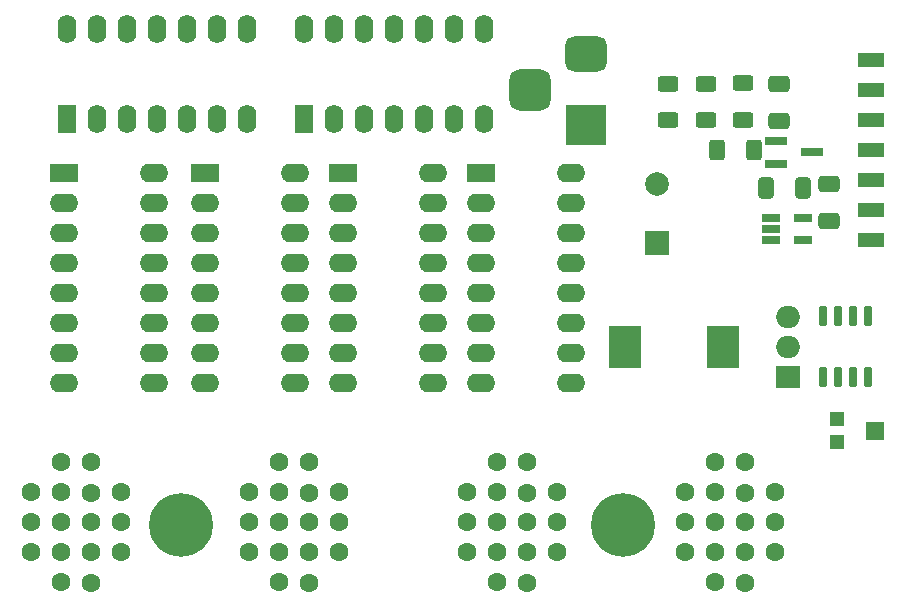
<source format=gbr>
%TF.GenerationSoftware,KiCad,Pcbnew,7.0.5*%
%TF.CreationDate,2023-07-03T19:11:47+08:00*%
%TF.ProjectId,raspnixie-kicad,72617370-6e69-4786-9965-2d6b69636164,rev?*%
%TF.SameCoordinates,Original*%
%TF.FileFunction,Soldermask,Top*%
%TF.FilePolarity,Negative*%
%FSLAX46Y46*%
G04 Gerber Fmt 4.6, Leading zero omitted, Abs format (unit mm)*
G04 Created by KiCad (PCBNEW 7.0.5) date 2023-07-03 19:11:47*
%MOMM*%
%LPD*%
G01*
G04 APERTURE LIST*
G04 Aperture macros list*
%AMRoundRect*
0 Rectangle with rounded corners*
0 $1 Rounding radius*
0 $2 $3 $4 $5 $6 $7 $8 $9 X,Y pos of 4 corners*
0 Add a 4 corners polygon primitive as box body*
4,1,4,$2,$3,$4,$5,$6,$7,$8,$9,$2,$3,0*
0 Add four circle primitives for the rounded corners*
1,1,$1+$1,$2,$3*
1,1,$1+$1,$4,$5*
1,1,$1+$1,$6,$7*
1,1,$1+$1,$8,$9*
0 Add four rect primitives between the rounded corners*
20,1,$1+$1,$2,$3,$4,$5,0*
20,1,$1+$1,$4,$5,$6,$7,0*
20,1,$1+$1,$6,$7,$8,$9,0*
20,1,$1+$1,$8,$9,$2,$3,0*%
G04 Aperture macros list end*
%ADD10C,0.800000*%
%ADD11C,5.400000*%
%ADD12R,2.700000X3.600000*%
%ADD13R,1.560000X0.650000*%
%ADD14R,1.900000X0.800000*%
%ADD15RoundRect,0.250000X0.650000X-0.412500X0.650000X0.412500X-0.650000X0.412500X-0.650000X-0.412500X0*%
%ADD16C,1.600000*%
%ADD17R,2.000000X2.000000*%
%ADD18C,2.000000*%
%ADD19RoundRect,0.250000X0.400000X0.625000X-0.400000X0.625000X-0.400000X-0.625000X0.400000X-0.625000X0*%
%ADD20RoundRect,0.250000X0.625000X-0.400000X0.625000X0.400000X-0.625000X0.400000X-0.625000X-0.400000X0*%
%ADD21R,1.600000X2.400000*%
%ADD22O,1.600000X2.400000*%
%ADD23R,2.400000X1.600000*%
%ADD24O,2.400000X1.600000*%
%ADD25RoundRect,0.150000X0.150000X-0.725000X0.150000X0.725000X-0.150000X0.725000X-0.150000X-0.725000X0*%
%ADD26R,1.200000X1.200000*%
%ADD27R,1.500000X1.600000*%
%ADD28RoundRect,0.250000X-0.412500X-0.650000X0.412500X-0.650000X0.412500X0.650000X-0.412500X0.650000X0*%
%ADD29R,2.200000X1.200000*%
%ADD30R,2.000000X1.905000*%
%ADD31O,2.000000X1.905000*%
%ADD32R,3.500000X3.500000*%
%ADD33RoundRect,0.750000X-1.000000X0.750000X-1.000000X-0.750000X1.000000X-0.750000X1.000000X0.750000X0*%
%ADD34RoundRect,0.875000X-0.875000X0.875000X-0.875000X-0.875000X0.875000X-0.875000X0.875000X0.875000X0*%
G04 APERTURE END LIST*
D10*
%TO.C,REF\u002A\u002A*%
X111598109Y-81118109D03*
X114461891Y-83981891D03*
X115055000Y-82550000D03*
X113030000Y-80525000D03*
X111005000Y-82550000D03*
X114461891Y-81118109D03*
X113030000Y-84575000D03*
D11*
X113030000Y-82550000D03*
D10*
X111598109Y-83981891D03*
%TD*%
%TO.C,REF\u002A\u002A*%
X74133109Y-83981891D03*
D11*
X75565000Y-82550000D03*
D10*
X75565000Y-84575000D03*
X76996891Y-81118109D03*
X73540000Y-82550000D03*
X75565000Y-80525000D03*
X77590000Y-82550000D03*
X76996891Y-83981891D03*
X74133109Y-81118109D03*
%TD*%
D12*
%TO.C,L1*%
X113198000Y-67437000D03*
X121498000Y-67437000D03*
%TD*%
D13*
%TO.C,U11*%
X125570000Y-56520000D03*
X125570000Y-57470000D03*
X125570000Y-58420000D03*
X128270000Y-58420000D03*
X128270000Y-56520000D03*
%TD*%
D14*
%TO.C,U9*%
X126008000Y-50038000D03*
X126008000Y-51938000D03*
X129008000Y-50988000D03*
%TD*%
D15*
%TO.C,C12*%
X130490000Y-56830000D03*
X130490000Y-53705000D03*
%TD*%
D16*
%TO.C,NX4*%
X118264077Y-84863077D03*
X125884077Y-84863077D03*
X118264077Y-79783077D03*
X125884077Y-79783077D03*
X125884077Y-82323077D03*
X118264077Y-82323077D03*
X120804077Y-84863077D03*
X120804077Y-87403077D03*
X120804077Y-79783077D03*
X120804077Y-77243077D03*
X123344077Y-77243077D03*
X123344077Y-79805773D03*
X123344077Y-82323077D03*
X123344077Y-84863077D03*
X123344077Y-87460432D03*
X120804077Y-82323077D03*
%TD*%
%TO.C,NX3*%
X99806743Y-84863077D03*
X107426743Y-84863077D03*
X99806743Y-79783077D03*
X107426743Y-79783077D03*
X107426743Y-82323077D03*
X99806743Y-82323077D03*
X102346743Y-84863077D03*
X102346743Y-87403077D03*
X102346743Y-79783077D03*
X102346743Y-77243077D03*
X104886743Y-77243077D03*
X104886743Y-79805773D03*
X104886743Y-82323077D03*
X104886743Y-84863077D03*
X104886743Y-87460432D03*
X102346743Y-82323077D03*
%TD*%
D17*
%TO.C,C14*%
X115851077Y-58701077D03*
D18*
X115851077Y-53701077D03*
%TD*%
D19*
%TO.C,R4*%
X124105000Y-50800000D03*
X121005000Y-50800000D03*
%TD*%
D20*
%TO.C,R2*%
X116840000Y-48286000D03*
X116840000Y-45186000D03*
%TD*%
D21*
%TO.C,U2*%
X65913000Y-48148000D03*
D22*
X68453000Y-48148000D03*
X70993000Y-48148000D03*
X73533000Y-48148000D03*
X76073000Y-48148000D03*
X78613000Y-48148000D03*
X81153000Y-48148000D03*
X81153000Y-40528000D03*
X78613000Y-40528000D03*
X76073000Y-40528000D03*
X73533000Y-40528000D03*
X70993000Y-40528000D03*
X68453000Y-40528000D03*
X65913000Y-40528000D03*
%TD*%
D23*
%TO.C,U5*%
X77597000Y-52705000D03*
D24*
X77597000Y-55245000D03*
X77597000Y-57785000D03*
X77597000Y-60325000D03*
X77597000Y-62865000D03*
X77597000Y-65405000D03*
X77597000Y-67945000D03*
X77597000Y-70485000D03*
X85217000Y-70485000D03*
X85217000Y-67945000D03*
X85217000Y-65405000D03*
X85217000Y-62865000D03*
X85217000Y-60325000D03*
X85217000Y-57785000D03*
X85217000Y-55245000D03*
X85217000Y-52705000D03*
%TD*%
D25*
%TO.C,U10*%
X129921000Y-70012000D03*
X131191000Y-70012000D03*
X132461000Y-70012000D03*
X133731000Y-70012000D03*
X133731000Y-64862000D03*
X132461000Y-64862000D03*
X131191000Y-64862000D03*
X129921000Y-64862000D03*
%TD*%
D16*
%TO.C,NX2*%
X88969410Y-84863077D03*
X81349410Y-84863077D03*
X81349410Y-79783077D03*
X88969410Y-79783077D03*
X88969410Y-82323077D03*
X81349410Y-82323077D03*
X83889410Y-84863077D03*
X83889410Y-87403077D03*
X83889410Y-79783077D03*
X83889410Y-77243077D03*
X86429410Y-77243077D03*
X86429410Y-79805773D03*
X86429410Y-82323077D03*
X86429410Y-84863077D03*
X86429410Y-87460432D03*
X83889410Y-82323077D03*
%TD*%
D26*
%TO.C,RV1*%
X131116000Y-73549000D03*
D27*
X134366000Y-74549000D03*
D26*
X131116000Y-75549000D03*
%TD*%
D20*
%TO.C,R1*%
X123190000Y-48260000D03*
X123190000Y-45160000D03*
%TD*%
D23*
%TO.C,U7*%
X100965000Y-52705000D03*
D24*
X100965000Y-55245000D03*
X100965000Y-57785000D03*
X100965000Y-60325000D03*
X100965000Y-62865000D03*
X100965000Y-65405000D03*
X100965000Y-67945000D03*
X100965000Y-70485000D03*
X108585000Y-70485000D03*
X108585000Y-67945000D03*
X108585000Y-65405000D03*
X108585000Y-62865000D03*
X108585000Y-60325000D03*
X108585000Y-57785000D03*
X108585000Y-55245000D03*
X108585000Y-52705000D03*
%TD*%
D16*
%TO.C,NX1*%
X65432077Y-82323077D03*
X67972077Y-87460432D03*
X67972077Y-84863077D03*
X67972077Y-82323077D03*
X67972077Y-79805773D03*
X67972077Y-77243077D03*
X65432077Y-77243077D03*
X65432077Y-79783077D03*
X65432077Y-87403077D03*
X65432077Y-84863077D03*
X62892077Y-82323077D03*
X70512077Y-82323077D03*
X70512077Y-79783077D03*
X62892077Y-79783077D03*
X62892077Y-84863077D03*
X70512077Y-84863077D03*
%TD*%
D28*
%TO.C,C7*%
X125117500Y-53997500D03*
X128242500Y-53997500D03*
%TD*%
D29*
%TO.C,J1*%
X133985000Y-58420000D03*
X133985000Y-55880000D03*
X133985000Y-53340000D03*
X133985000Y-50800000D03*
X133985000Y-48260000D03*
X133985000Y-45720000D03*
X133985000Y-43180000D03*
%TD*%
D15*
%TO.C,C13*%
X126238000Y-48298500D03*
X126238000Y-45173500D03*
%TD*%
D30*
%TO.C,Q1*%
X127000000Y-69977000D03*
D31*
X127000000Y-67437000D03*
X127000000Y-64897000D03*
%TD*%
D23*
%TO.C,U4*%
X65659000Y-52705000D03*
D24*
X65659000Y-55245000D03*
X65659000Y-57785000D03*
X65659000Y-60325000D03*
X65659000Y-62865000D03*
X65659000Y-65405000D03*
X65659000Y-67945000D03*
X65659000Y-70485000D03*
X73279000Y-70485000D03*
X73279000Y-67945000D03*
X73279000Y-65405000D03*
X73279000Y-62865000D03*
X73279000Y-60325000D03*
X73279000Y-57785000D03*
X73279000Y-55245000D03*
X73279000Y-52705000D03*
%TD*%
D20*
%TO.C,R3*%
X120015000Y-48286000D03*
X120015000Y-45186000D03*
%TD*%
D32*
%TO.C,J2*%
X109855000Y-48699077D03*
D33*
X109855000Y-42699077D03*
D34*
X105155000Y-45699077D03*
%TD*%
D23*
%TO.C,U6*%
X89281000Y-52705000D03*
D24*
X89281000Y-55245000D03*
X89281000Y-57785000D03*
X89281000Y-60325000D03*
X89281000Y-62865000D03*
X89281000Y-65405000D03*
X89281000Y-67945000D03*
X89281000Y-70485000D03*
X96901000Y-70485000D03*
X96901000Y-67945000D03*
X96901000Y-65405000D03*
X96901000Y-62865000D03*
X96901000Y-60325000D03*
X96901000Y-57785000D03*
X96901000Y-55245000D03*
X96901000Y-52705000D03*
%TD*%
D21*
%TO.C,U3*%
X85979000Y-48133000D03*
D22*
X88519000Y-48133000D03*
X91059000Y-48133000D03*
X93599000Y-48133000D03*
X96139000Y-48133000D03*
X98679000Y-48133000D03*
X101219000Y-48133000D03*
X101219000Y-40513000D03*
X98679000Y-40513000D03*
X96139000Y-40513000D03*
X93599000Y-40513000D03*
X91059000Y-40513000D03*
X88519000Y-40513000D03*
X85979000Y-40513000D03*
%TD*%
M02*

</source>
